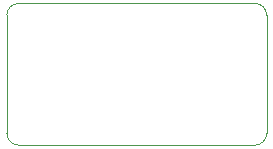
<source format=gbr>
%TF.GenerationSoftware,KiCad,Pcbnew,5.1.9*%
%TF.CreationDate,2021-01-01T19:32:21-05:00*%
%TF.ProjectId,pogo_programmer,706f676f-5f70-4726-9f67-72616d6d6572,rev?*%
%TF.SameCoordinates,PX754d4c0PY7cee6c0*%
%TF.FileFunction,Profile,NP*%
%FSLAX46Y46*%
G04 Gerber Fmt 4.6, Leading zero omitted, Abs format (unit mm)*
G04 Created by KiCad (PCBNEW 5.1.9) date 2021-01-01 19:32:21*
%MOMM*%
%LPD*%
G01*
G04 APERTURE LIST*
%TA.AperFunction,Profile*%
%ADD10C,0.050000*%
%TD*%
G04 APERTURE END LIST*
D10*
X-22000000Y-13000000D02*
G75*
G02*
X-23000000Y-12000000I0J1000000D01*
G01*
X-1000000Y-12000000D02*
G75*
G02*
X-2000000Y-13000000I-1000000J0D01*
G01*
X-2000000Y-1000000D02*
G75*
G02*
X-1000000Y-2000000I0J-1000000D01*
G01*
X-23000000Y-2000000D02*
G75*
G02*
X-22000000Y-1000000I1000000J0D01*
G01*
X-1000000Y-12000000D02*
X-1000000Y-2000000D01*
X-23000000Y-12000000D02*
X-23000000Y-2000000D01*
X-2000000Y-13000000D02*
X-22000000Y-13000000D01*
X-22000000Y-1000000D02*
X-2000000Y-1000000D01*
M02*

</source>
